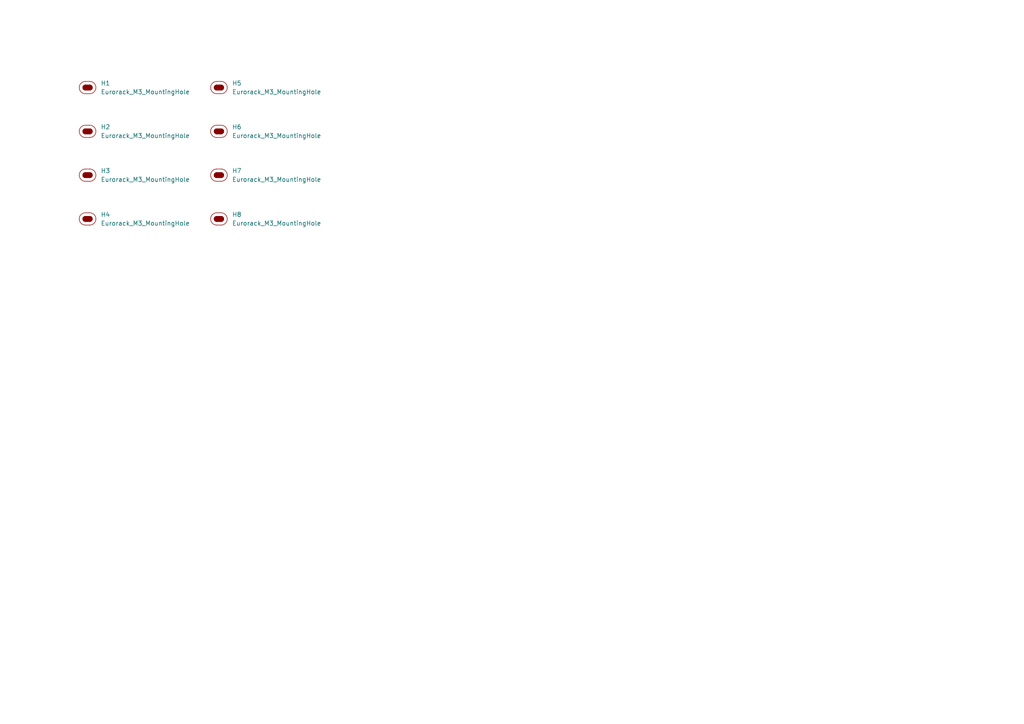
<source format=kicad_sch>
(kicad_sch (version 20250114) (generator "eeschema") (generator_version "9.0")
  (paper "A4")
  (lib_symbols
    (symbol "EXC:Eurorack_M3_MountingHole" (pin_names (offset 1.016))
      (property "Reference" "H" (at 0 5.08 0))
      (property "Value" "Eurorack_M3_MountingHole" (at 0 3.175 0))
      (symbol "Eurorack_M3_MountingHole_0_1"
        (polyline (pts (xy -0.635 0.762) (xy 0.635 0.762)))
        (circle (center -0.635 0) (radius 0.762) (fill (type outline)))
        (arc (start -0.635 -0.762) (mid -1.397 0) (end -0.635 0.762))
        (arc (start -0.635 -1.778) (mid -2.413 0) (end -0.635 1.778))
        (polyline (pts (xy -0.635 -0.762) (xy 0.635 -0.762)))
        (polyline (pts (xy -0.635 -1.778) (xy 0.635 -1.778)))
        (circle (center 0 0) (radius 0.762) (fill (type outline)))
        (polyline (pts (xy 0.635 1.778) (xy -0.635 1.778)))
        (arc (start 0.6141 1.778) (mid 2.4131 0) (end 0.6141 -1.778))
        (arc (start 0.6227 0.762) (mid 1.3971 0) (end 0.6227 -0.762))
        (circle (center 0.635 0) (radius 0.762) (fill (type outline)))
      )
    )
  )
  (symbol (lib_id "EXC:Eurorack_M3_MountingHole") (at 25.4 63.5 0) (unit 1)
    (property "Reference" "H4" (at 29.21 62.2299 0) (effects (justify left)))
    (property "Value" "Eurorack_M3_MountingHole" (at 29.21 64.7699 0) (effects (justify left)))
    (property "Footprint" "EXC:MountingHole_3.2mm_M3" (effects (hide yes)))
    (property "Description" "Mounting Hole without connection" (effects (hide yes)))
  )
  (symbol (lib_id "EXC:Eurorack_M3_MountingHole") (at 63.5 38.1 0) (unit 1)
    (property "Reference" "H6" (at 67.31 36.8299 0) (effects (justify left)))
    (property "Value" "Eurorack_M3_MountingHole" (at 67.31 39.3699 0) (effects (justify left)))
    (property "Footprint" "EXC:MountingHole_3.2mm_M3" (effects (hide yes)))
    (property "Description" "Mounting Hole without connection" (effects (hide yes)))
  )
  (symbol (lib_id "EXC:Eurorack_M3_MountingHole") (at 25.4 50.8 0) (unit 1)
    (property "Reference" "H3" (at 29.21 49.5299 0) (effects (justify left)))
    (property "Value" "Eurorack_M3_MountingHole" (at 29.21 52.0699 0) (effects (justify left)))
    (property "Footprint" "EXC:MountingHole_3.2mm_M3" (effects (hide yes)))
    (property "Description" "Mounting Hole without connection" (effects (hide yes)))
  )
  (symbol (lib_id "EXC:Eurorack_M3_MountingHole") (at 63.5 50.8 0) (unit 1)
    (property "Reference" "H7" (at 67.31 49.5299 0) (effects (justify left)))
    (property "Value" "Eurorack_M3_MountingHole" (at 67.31 52.0699 0) (effects (justify left)))
    (property "Footprint" "EXC:MountingHole_3.2mm_M3" (effects (hide yes)))
    (property "Description" "Mounting Hole without connection" (effects (hide yes)))
  )
  (symbol (lib_id "EXC:Eurorack_M3_MountingHole") (at 25.4 38.1 0) (unit 1)
    (property "Reference" "H2" (at 29.21 36.8299 0) (effects (justify left)))
    (property "Value" "Eurorack_M3_MountingHole" (at 29.21 39.3699 0) (effects (justify left)))
    (property "Footprint" "EXC:MountingHole_3.2mm_M3" (effects (hide yes)))
    (property "Description" "Mounting Hole without connection" (effects (hide yes)))
  )
  (symbol (lib_id "EXC:Eurorack_M3_MountingHole") (at 25.4 25.4 0) (unit 1)
    (property "Reference" "H1" (at 29.21 24.1299 0) (effects (justify left)))
    (property "Value" "Eurorack_M3_MountingHole" (at 29.21 26.6699 0) (effects (justify left)))
    (property "Footprint" "EXC:MountingHole_3.2mm_M3" (effects (hide yes)))
    (property "Description" "Mounting Hole without connection" (effects (hide yes)))
  )
  (symbol (lib_id "EXC:Eurorack_M3_MountingHole") (at 63.5 25.4 0) (unit 1)
    (property "Reference" "H5" (at 67.31 24.1299 0) (effects (justify left)))
    (property "Value" "Eurorack_M3_MountingHole" (at 67.31 26.6699 0) (effects (justify left)))
    (property "Footprint" "EXC:MountingHole_3.2mm_M3" (effects (hide yes)))
    (property "Description" "Mounting Hole without connection" (effects (hide yes)))
  )
  (symbol (lib_id "EXC:Eurorack_M3_MountingHole") (at 63.5 63.5 0) (unit 1)
    (property "Reference" "H8" (at 67.31 62.2299 0) (effects (justify left)))
    (property "Value" "Eurorack_M3_MountingHole" (at 67.31 64.7699 0) (effects (justify left)))
    (property "Footprint" "EXC:MountingHole_3.2mm_M3" (effects (hide yes)))
    (property "Description" "Mounting Hole without connection" (effects (hide yes)))
  )
)
</source>
